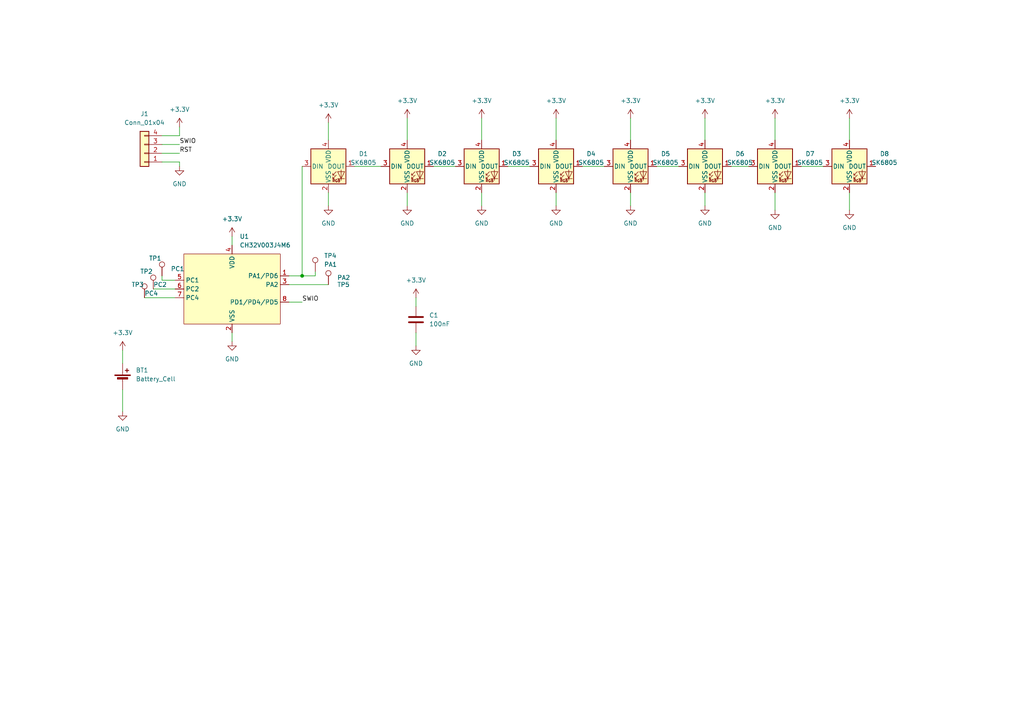
<source format=kicad_sch>
(kicad_sch (version 20230121) (generator eeschema)
  (paper "A4")
  (lib_symbols
    (symbol "Connector:TestPoint" (pin_numbers hide) (pin_names (offset 0.762) hide)
      (property "Reference" "TP" (at 0 6.858 0))
      (property "Value" "TestPoint" (at 0 5.08 0))
      (symbol "TestPoint_0_1"
        (circle (center 0 3.302) (radius 0.762))
      )
      (symbol "TestPoint_1_1"
        (pin passive line (at 0 0 90) (length 2.54) (name "1") (number "1"))
      )
    )
    (symbol "Connector_Generic:Conn_01x04" (pin_names (offset 1.016) hide)
      (property "Reference" "J" (at 0 5.08 0))
      (property "Value" "Conn_01x04" (at 0 -7.62 0))
      (symbol "Conn_01x04_1_1"
        (rectangle (start -1.27 -4.953) (end 0 -5.207) (stroke (width 0.1524)))
        (rectangle (start -1.27 -2.413) (end 0 -2.667) (stroke (width 0.1524)))
        (rectangle (start -1.27 0.127) (end 0 -0.127) (stroke (width 0.1524)))
        (rectangle (start -1.27 2.667) (end 0 2.413) (stroke (width 0.1524)))
        (rectangle (start -1.27 3.81) (end 1.27 -6.35) (stroke (width 0.254)) (fill (type background)))
        (pin passive line (at -5.08 2.54 0) (length 3.81) (name "Pin_1") (number "1"))
        (pin passive line (at -5.08 0 0) (length 3.81) (name "Pin_2") (number "2"))
        (pin passive line (at -5.08 -2.54 0) (length 3.81) (name "Pin_3") (number "3"))
        (pin passive line (at -5.08 -5.08 0) (length 3.81) (name "Pin_4") (number "4"))
      )
    )
    (symbol "Device:Battery_Cell" (pin_numbers hide) (pin_names (offset 0) hide)
      (property "Reference" "BT" (at 2.54 2.54 0))
      (property "Value" "Battery_Cell" (at 2.54 0 0))
      (symbol "Battery_Cell_0_1"
        (rectangle (start -2.286 1.778) (end 2.286 1.524) (fill (type outline)))
        (rectangle (start -1.524 1.016) (end 1.524 0.508) (fill (type outline)))
        (polyline (pts (xy 0 0.762) (xy 0 0)))
        (polyline (pts (xy 0 1.778) (xy 0 2.54)))
        (polyline (pts (xy 0.762 3.048) (xy 1.778 3.048)) (stroke (width 0.254)))
        (polyline (pts (xy 1.27 3.556) (xy 1.27 2.54)) (stroke (width 0.254)))
      )
      (symbol "Battery_Cell_1_1"
        (pin passive line (at 0 5.08 270) (length 2.54) (name "+") (number "1"))
        (pin passive line (at 0 -2.54 90) (length 2.54) (name "-") (number "2"))
      )
    )
    (symbol "Device:C" (pin_numbers hide) (pin_names (offset 0.254))
      (property "Reference" "C" (at 0.635 2.54 0))
      (property "Value" "C" (at 0.635 -2.54 0))
      (symbol "C_0_1"
        (polyline (pts (xy -2.032 -0.762) (xy 2.032 -0.762)) (stroke (width 0.508)))
        (polyline (pts (xy -2.032 0.762) (xy 2.032 0.762)) (stroke (width 0.508)))
      )
      (symbol "C_1_1"
        (pin passive line (at 0 3.81 270) (length 2.794) (name "~") (number "1"))
        (pin passive line (at 0 -3.81 90) (length 2.794) (name "~") (number "2"))
      )
    )
    (symbol "LED:SK6805" (pin_names (offset 0.254))
      (property "Reference" "D" (at 5.08 5.715 0))
      (property "Value" "SK6805" (at 1.27 -5.715 0))
      (symbol "SK6805_0_0"
        (text "RGB" (at 2.286 -4.191 0) (effects (font (size 0.762 0.762))))
      )
      (symbol "SK6805_0_1"
        (polyline (pts (xy 1.27 -3.556) (xy 1.778 -3.556)))
        (polyline (pts (xy 1.27 -2.54) (xy 1.778 -2.54)))
        (polyline (pts (xy 4.699 -3.556) (xy 2.667 -3.556)))
        (polyline (pts (xy 2.286 -2.54) (xy 1.27 -3.556) (xy 1.27 -3.048)))
        (polyline (pts (xy 2.286 -1.524) (xy 1.27 -2.54) (xy 1.27 -2.032)))
        (polyline (pts (xy 3.683 -1.016) (xy 3.683 -3.556) (xy 3.683 -4.064)))
        (polyline (pts (xy 4.699 -1.524) (xy 2.667 -1.524) (xy 3.683 -3.556) (xy 4.699 -1.524)))
        (rectangle (start 5.08 5.08) (end -5.08 -5.08) (stroke (width 0.254)) (fill (type background)))
      )
      (symbol "SK6805_1_1"
        (pin output line (at 7.62 0 180) (length 2.54) (name "DOUT") (number "1"))
        (pin power_in line (at 0 -7.62 90) (length 2.54) (name "VSS") (number "2"))
        (pin input line (at -7.62 0 0) (length 2.54) (name "DIN") (number "3"))
        (pin power_in line (at 0 7.62 270) (length 2.54) (name "VDD") (number "4"))
      )
    )
    (symbol "power:+3.3V" (power) (pin_names (offset 0))
      (property "Value" "+3.3V" (at 0 3.556 0))
      (symbol "+3.3V_0_1"
        (polyline (pts (xy -0.762 1.27) (xy 0 2.54)))
        (polyline (pts (xy 0 0) (xy 0 2.54)))
        (polyline (pts (xy 0 2.54) (xy 0.762 1.27)))
      )
      (symbol "+3.3V_1_1"
        (pin power_in line (at 0 0 90) (length 0) hide (name "+3.3V") (number "1"))
      )
    )
    (symbol "power:GND" (power) (pin_names (offset 0))
      (property "Value" "GND" (at 0 -3.81 0))
      (symbol "GND_0_1"
        (polyline (pts (xy 0 0) (xy 0 -1.27) (xy 1.27 -1.27) (xy 0 -2.54) (xy -1.27 -1.27) (xy 0 -1.27)))
      )
      (symbol "GND_1_1"
        (pin power_in line (at 0 0 270) (length 0) hide (name "GND") (number "1"))
      )
    )
    (symbol "wch-mcu:CH32V003J4M6"
      (property "Reference" "U" (at -12.7 11.43 0))
      (property "Value" "CH32V003J4M6" (at 10.16 11.43 0))
      (symbol "CH32V003J4M6_1_1"
        (rectangle (start -13.97 10.16) (end 13.97 -10.16) (fill (type background)))
        (pin bidirectional line (at 16.51 3.81 180) (length 2.54) (name "PA1/PD6") (number "1"))
        (pin power_in line (at 0 -12.7 90) (length 2.54) (name "VSS") (number "2"))
        (pin bidirectional line (at 16.51 1.27 180) (length 2.54) (name "PA2") (number "3"))
        (pin power_in line (at 0 12.7 270) (length 2.54) (name "VDD") (number "4"))
        (pin bidirectional line (at -16.51 2.54 0) (length 2.54) (name "PC1") (number "5"))
        (pin bidirectional line (at -16.51 0 0) (length 2.54) (name "PC2") (number "6"))
        (pin bidirectional line (at -16.51 -2.54 0) (length 2.54) (name "PC4") (number "7"))
        (pin bidirectional line (at 16.51 -3.81 180) (length 2.54) (name "PD1/PD4/PD5") (number "8"))
      )
    )
  )
  (junction (at 87.63 80.01))
  (wire (pts (xy 46.99 44.45) (xy 52.07 44.45)))
  (wire (pts (xy 120.65 96.52) (xy 120.65 100.33)))
  (wire (pts (xy 95.25 35.56) (xy 95.25 40.64)))
  (wire (pts (xy 46.99 46.99) (xy 52.07 46.99)))
  (wire (pts (xy 52.07 39.37) (xy 52.07 36.83)))
  (wire (pts (xy 168.91 48.26) (xy 175.26 48.26)))
  (wire (pts (xy 52.07 46.99) (xy 52.07 48.26)))
  (wire (pts (xy 67.31 99.06) (xy 67.31 96.52)))
  (wire (pts (xy 147.32 48.26) (xy 153.67 48.26)))
  (wire (pts (xy 182.88 55.88) (xy 182.88 59.69)))
  (wire (pts (xy 87.63 80.01) (xy 91.44 80.01)))
  (wire (pts (xy 83.82 80.01) (xy 87.63 80.01)))
  (wire (pts (xy 102.87 48.26) (xy 110.49 48.26)))
  (wire (pts (xy 46.99 80.01) (xy 46.99 81.28)))
  (wire (pts (xy 67.31 68.58) (xy 67.31 71.12)))
  (wire (pts (xy 161.29 55.88) (xy 161.29 59.69)))
  (wire (pts (xy 190.5 48.26) (xy 196.85 48.26)))
  (wire (pts (xy 35.56 113.03) (xy 35.56 119.38)))
  (wire (pts (xy 118.11 55.88) (xy 118.11 59.69)))
  (wire (pts (xy 139.7 34.29) (xy 139.7 40.64)))
  (wire (pts (xy 246.38 34.29) (xy 246.38 40.64)))
  (wire (pts (xy 44.45 83.82) (xy 50.8 83.82)))
  (wire (pts (xy 224.79 55.88) (xy 224.79 60.96)))
  (wire (pts (xy 83.82 87.63) (xy 87.63 87.63)))
  (wire (pts (xy 46.99 41.91) (xy 52.07 41.91)))
  (wire (pts (xy 246.38 55.88) (xy 246.38 60.96)))
  (wire (pts (xy 139.7 55.88) (xy 139.7 59.69)))
  (wire (pts (xy 204.47 34.29) (xy 204.47 40.64)))
  (wire (pts (xy 161.29 34.29) (xy 161.29 40.64)))
  (wire (pts (xy 232.41 48.26) (xy 238.76 48.26)))
  (wire (pts (xy 91.44 80.01) (xy 91.44 78.74)))
  (wire (pts (xy 83.82 82.55) (xy 95.25 82.55)))
  (wire (pts (xy 182.88 34.29) (xy 182.88 40.64)))
  (wire (pts (xy 224.79 34.29) (xy 224.79 40.64)))
  (wire (pts (xy 41.91 86.36) (xy 50.8 86.36)))
  (wire (pts (xy 125.73 48.26) (xy 132.08 48.26)))
  (wire (pts (xy 95.25 55.88) (xy 95.25 59.69)))
  (wire (pts (xy 120.65 86.36) (xy 120.65 88.9)))
  (wire (pts (xy 212.09 48.26) (xy 217.17 48.26)))
  (wire (pts (xy 118.11 34.29) (xy 118.11 40.64)))
  (wire (pts (xy 87.63 48.26) (xy 87.63 80.01)))
  (wire (pts (xy 46.99 81.28) (xy 50.8 81.28)))
  (wire (pts (xy 204.47 55.88) (xy 204.47 59.69)))
  (wire (pts (xy 35.56 101.6) (xy 35.56 105.41)))
  (wire (pts (xy 46.99 39.37) (xy 52.07 39.37)))
  (label "SWIO" (at 87.63 87.63 0))
  (label "RST" (at 52.07 44.45 0))
  (label "SWIO" (at 52.07 41.91 0))
  (symbol (lib_id "power:+3.3V") (at 139.7 34.29 0) (unit 1)
    (property "Reference" "#PWR010" (effects hide))
    (property "Value" "+3.3V" (at 139.7 29.21 0))
  )
  (symbol (lib_id "power:GND") (at 67.31 99.06 0) (unit 1)
    (property "Reference" "#PWR01" (effects hide))
    (property "Value" "GND" (at 67.31 104.14 0))
  )
  (symbol (lib_id "power:+3.3V") (at 204.47 34.29 0) (unit 1)
    (property "Reference" "#PWR013" (effects hide))
    (property "Value" "+3.3V" (at 204.47 29.21 0))
  )
  (symbol (lib_id "Connector:TestPoint") (at 91.44 78.74 0) (unit 1)
    (property "Reference" "TP4" (at 93.98 74.168 0) (effects (justify left)))
    (property "Value" "PA1" (at 93.98 76.708 0) (effects (justify left)))
    (property "Footprint" "TestPoint:TestPoint_Pad_D2.0mm" (effects hide))
  )
  (symbol (lib_id "power:GND") (at 224.79 60.96 0) (unit 1)
    (property "Reference" "#PWR021" (effects hide))
    (property "Value" "GND" (at 224.79 66.04 0))
  )
  (symbol (lib_id "Connector_Generic:Conn_01x04") (at 41.91 44.45 180) (unit 1)
    (property "Reference" "J1" (at 41.91 33.02 0))
    (property "Value" "Conn_01x04" (at 41.91 35.56 0))
    (property "Footprint" "Connector_PinHeader_2.54mm:PinHeader_1x04_P2.54mm_Vertical" (effects hide))
  )
  (symbol (lib_id "LED:SK6805") (at 224.79 48.26 0) (unit 1)
    (property "Reference" "D7" (at 234.95 44.6121 0))
    (property "Value" "SK6805" (at 234.95 47.1521 0))
    (property "Footprint" "LED_SMD:LED_SK6812_EC15_1.5x1.5mm" (effects hide))
    (property "Datasheet" "https://cdn-shop.adafruit.com/product-files/3484/3484_Datasheet.pdf" (effects hide))
  )
  (symbol (lib_id "power:GND") (at 161.29 59.69 0) (unit 1)
    (property "Reference" "#PWR016" (effects hide))
    (property "Value" "GND" (at 161.29 64.77 0))
  )
  (symbol (lib_id "LED:SK6805") (at 139.7 48.26 0) (unit 1)
    (property "Reference" "D3" (at 149.86 44.6121 0))
    (property "Value" "SK6805" (at 149.86 47.1521 0))
    (property "Footprint" "LED_SMD:LED_SK6812_EC15_1.5x1.5mm" (effects hide))
    (property "Datasheet" "https://cdn-shop.adafruit.com/product-files/3484/3484_Datasheet.pdf" (effects hide))
  )
  (symbol (lib_id "power:GND") (at 246.38 60.96 0) (unit 1)
    (property "Reference" "#PWR022" (effects hide))
    (property "Value" "GND" (at 246.38 66.04 0))
  )
  (symbol (lib_id "power:+3.3V") (at 35.56 101.6 0) (unit 1)
    (property "Reference" "#PWR07" (effects hide))
    (property "Value" "+3.3V" (at 35.56 96.52 0))
  )
  (symbol (lib_id "Device:C") (at 120.65 92.71 0) (unit 1)
    (property "Reference" "C1" (at 124.46 91.44 0) (effects (justify left)))
    (property "Value" "100nF" (at 124.46 93.98 0) (effects (justify left)))
    (property "Footprint" "Capacitor_SMD:C_0201_0603Metric" (effects hide))
  )
  (symbol (lib_id "LED:SK6805") (at 95.25 48.26 0) (unit 1)
    (property "Reference" "D1" (at 105.41 44.6121 0))
    (property "Value" "SK6805" (at 105.41 47.1521 0))
    (property "Footprint" "LED_SMD:LED_SK6812_EC15_1.5x1.5mm" (effects hide))
    (property "Datasheet" "https://cdn-shop.adafruit.com/product-files/3484/3484_Datasheet.pdf" (effects hide))
  )
  (symbol (lib_id "power:+3.3V") (at 182.88 34.29 0) (unit 1)
    (property "Reference" "#PWR012" (effects hide))
    (property "Value" "+3.3V" (at 182.88 29.21 0))
  )
  (symbol (lib_id "power:+3.3V") (at 161.29 34.29 0) (unit 1)
    (property "Reference" "#PWR011" (effects hide))
    (property "Value" "+3.3V" (at 161.29 29.21 0))
  )
  (symbol (lib_id "power:GND") (at 95.25 59.69 0) (unit 1)
    (property "Reference" "#PWR06" (effects hide))
    (property "Value" "GND" (at 95.25 64.77 0))
  )
  (symbol (lib_id "Connector:TestPoint") (at 44.45 83.82 0) (unit 1)
    (property "Reference" "TP2" (at 40.64 78.74 0) (effects (justify left)))
    (property "Value" "PC2" (at 44.45 82.55 0) (effects (justify left)))
    (property "Footprint" "TestPoint:TestPoint_Pad_D2.0mm" (effects hide))
  )
  (symbol (lib_id "LED:SK6805") (at 182.88 48.26 0) (unit 1)
    (property "Reference" "D5" (at 193.04 44.6121 0))
    (property "Value" "SK6805" (at 193.04 47.1521 0))
    (property "Footprint" "LED_SMD:LED_SK6812_EC15_1.5x1.5mm" (effects hide))
    (property "Datasheet" "https://cdn-shop.adafruit.com/product-files/3484/3484_Datasheet.pdf" (effects hide))
  )
  (symbol (lib_id "LED:SK6805") (at 161.29 48.26 0) (unit 1)
    (property "Reference" "D4" (at 171.45 44.6121 0))
    (property "Value" "SK6805" (at 171.45 47.1521 0))
    (property "Footprint" "LED_SMD:LED_SK6812_EC15_1.5x1.5mm" (effects hide))
    (property "Datasheet" "https://cdn-shop.adafruit.com/product-files/3484/3484_Datasheet.pdf" (effects hide))
  )
  (symbol (lib_id "power:GND") (at 35.56 119.38 0) (unit 1)
    (property "Reference" "#PWR08" (effects hide))
    (property "Value" "GND" (at 35.56 124.46 0))
  )
  (symbol (lib_id "power:+3.3V") (at 67.31 68.58 0) (unit 1)
    (property "Reference" "#PWR02" (effects hide))
    (property "Value" "+3.3V" (at 67.31 63.5 0))
  )
  (symbol (lib_id "LED:SK6805") (at 118.11 48.26 0) (unit 1)
    (property "Reference" "D2" (at 128.27 44.6121 0))
    (property "Value" "SK6805" (at 128.27 47.1521 0))
    (property "Footprint" "LED_SMD:LED_SK6812_EC15_1.5x1.5mm" (effects hide))
    (property "Datasheet" "https://cdn-shop.adafruit.com/product-files/3484/3484_Datasheet.pdf" (effects hide))
  )
  (symbol (lib_id "power:GND") (at 182.88 59.69 0) (unit 1)
    (property "Reference" "#PWR017" (effects hide))
    (property "Value" "GND" (at 182.88 64.77 0))
  )
  (symbol (lib_id "Connector:TestPoint") (at 41.91 86.36 0) (unit 1)
    (property "Reference" "TP3" (at 38.1 82.55 0) (effects (justify left)))
    (property "Value" "PC4" (at 41.91 85.09 0) (effects (justify left)))
    (property "Footprint" "TestPoint:TestPoint_Pad_D2.0mm" (effects hide))
  )
  (symbol (lib_id "power:+3.3V") (at 118.11 34.29 0) (unit 1)
    (property "Reference" "#PWR09" (effects hide))
    (property "Value" "+3.3V" (at 118.11 29.21 0))
  )
  (symbol (lib_id "LED:SK6805") (at 246.38 48.26 0) (unit 1)
    (property "Reference" "D8" (at 256.54 44.6121 0))
    (property "Value" "SK6805" (at 256.54 47.1521 0))
    (property "Footprint" "LED_SMD:LED_SK6812_EC15_1.5x1.5mm" (effects hide))
    (property "Datasheet" "https://cdn-shop.adafruit.com/product-files/3484/3484_Datasheet.pdf" (effects hide))
  )
  (symbol (lib_id "power:+3.3V") (at 120.65 86.36 0) (unit 1)
    (property "Reference" "#PWR023" (effects hide))
    (property "Value" "+3.3V" (at 120.65 81.28 0))
  )
  (symbol (lib_id "power:+3.3V") (at 52.07 36.83 0) (unit 1)
    (property "Reference" "#PWR03" (effects hide))
    (property "Value" "+3.3V" (at 52.07 31.75 0))
  )
  (symbol (lib_id "power:GND") (at 118.11 59.69 0) (unit 1)
    (property "Reference" "#PWR014" (effects hide))
    (property "Value" "GND" (at 118.11 64.77 0))
  )
  (symbol (lib_id "power:GND") (at 139.7 59.69 0) (unit 1)
    (property "Reference" "#PWR015" (effects hide))
    (property "Value" "GND" (at 139.7 64.77 0))
  )
  (symbol (lib_id "power:+3.3V") (at 95.25 35.56 0) (unit 1)
    (property "Reference" "#PWR05" (effects hide))
    (property "Value" "+3.3V" (at 95.25 30.48 0))
  )
  (symbol (lib_id "power:GND") (at 52.07 48.26 0) (unit 1)
    (property "Reference" "#PWR04" (effects hide))
    (property "Value" "GND" (at 52.07 53.34 0))
  )
  (symbol (lib_id "power:+3.3V") (at 224.79 34.29 0) (unit 1)
    (property "Reference" "#PWR019" (effects hide))
    (property "Value" "+3.3V" (at 224.79 29.21 0))
  )
  (symbol (lib_id "Connector:TestPoint") (at 46.99 80.01 0) (unit 1)
    (property "Reference" "TP1" (at 43.18 74.93 0) (effects (justify left)))
    (property "Value" "PC1" (at 49.53 77.978 0) (effects (justify left)))
    (property "Footprint" "TestPoint:TestPoint_Pad_D2.0mm" (effects hide))
  )
  (symbol (lib_id "LED:SK6805") (at 204.47 48.26 0) (unit 1)
    (property "Reference" "D6" (at 214.63 44.6121 0))
    (property "Value" "SK6805" (at 214.63 47.1521 0))
    (property "Footprint" "LED_SMD:LED_SK6812_EC15_1.5x1.5mm" (effects hide))
    (property "Datasheet" "https://cdn-shop.adafruit.com/product-files/3484/3484_Datasheet.pdf" (effects hide))
  )
  (symbol (lib_id "wch-mcu:CH32V003J4M6") (at 67.31 83.82 0) (unit 1)
    (property "Reference" "U1" (at 69.5041 68.58 0) (effects (justify left)))
    (property "Value" "CH32V003J4M6" (at 69.5041 71.12 0) (effects (justify left)))
    (property "Footprint" "Package_SO:SOIC-8_3.9x4.9mm_P1.27mm" (effects hide))
    (property "Datasheet" "http://www.wch-ic.com/downloads/file/359.html" (effects hide))
  )
  (symbol (lib_id "power:GND") (at 120.65 100.33 0) (unit 1)
    (property "Reference" "#PWR024" (effects hide))
    (property "Value" "GND" (at 120.65 105.41 0))
  )
  (symbol (lib_id "power:+3.3V") (at 246.38 34.29 0) (unit 1)
    (property "Reference" "#PWR020" (effects hide))
    (property "Value" "+3.3V" (at 246.38 29.21 0))
  )
  (symbol (lib_id "Device:Battery_Cell") (at 35.56 110.49 0) (unit 1)
    (property "Reference" "BT1" (at 39.37 107.3785 0) (effects (justify left)))
    (property "Value" "Battery_Cell" (at 39.37 109.9185 0) (effects (justify left)))
    (property "Footprint" "Battery:BatteryHolder_Keystone_1058_1x2032" (effects hide))
  )
  (symbol (lib_id "power:GND") (at 204.47 59.69 0) (unit 1)
    (property "Reference" "#PWR018" (effects hide))
    (property "Value" "GND" (at 204.47 64.77 0))
  )
  (symbol (lib_id "Connector:TestPoint") (at 95.25 82.55 0) (unit 1)
    (property "Reference" "TP5" (at 97.79 82.55 0) (effects (justify left)))
    (property "Value" "PA2" (at 97.79 80.518 0) (effects (justify left)))
    (property "Footprint" "TestPoint:TestPoint_Pad_D2.0mm" (effects hide))
  )
)
</source>
